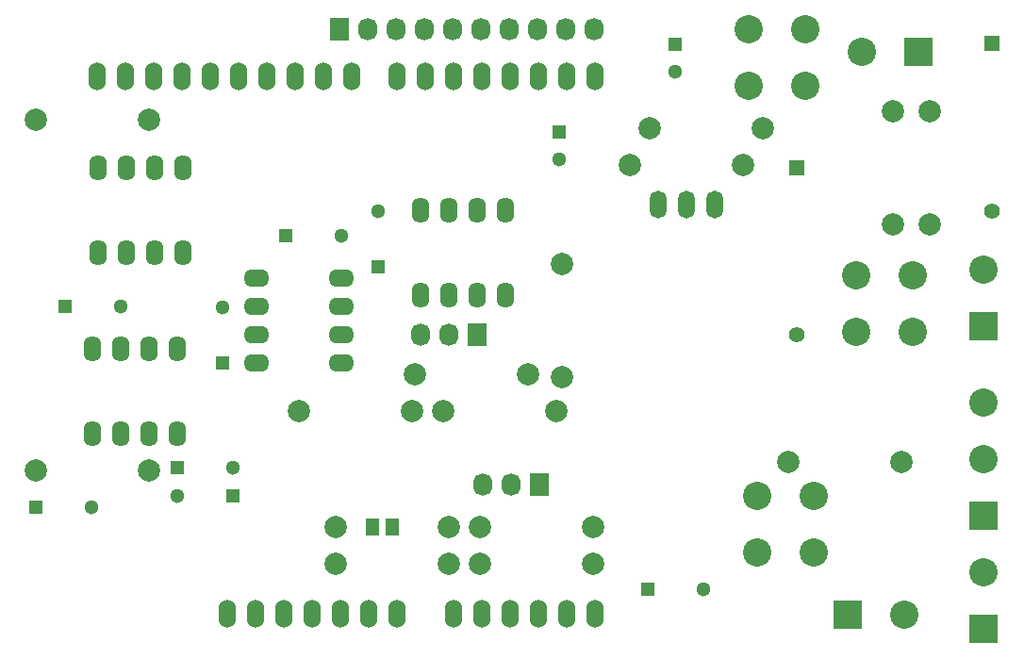
<source format=gbr>
G04 #@! TF.FileFunction,Soldermask,Bot*
%FSLAX46Y46*%
G04 Gerber Fmt 4.6, Leading zero omitted, Abs format (unit mm)*
G04 Created by KiCad (PCBNEW 4.0.2+dfsg1-stable) date mer. 27 juil. 2016 00:58:03 CEST*
%MOMM*%
G01*
G04 APERTURE LIST*
%ADD10C,0.100000*%
%ADD11R,1.168400X1.600200*%
%ADD12O,1.524000X2.540000*%
%ADD13C,2.540000*%
%ADD14R,2.540000X2.540000*%
%ADD15C,1.998980*%
%ADD16R,1.300000X1.300000*%
%ADD17C,1.300000*%
%ADD18R,1.727200X2.032000*%
%ADD19O,1.727200X2.032000*%
%ADD20O,2.300000X1.600000*%
%ADD21O,1.600000X2.300000*%
%ADD22O,1.501140X2.499360*%
%ADD23R,1.400000X1.400000*%
%ADD24C,1.400000*%
G04 APERTURE END LIST*
D10*
D11*
X192024000Y-94742000D03*
X193802000Y-94742000D03*
D12*
X212001100Y-102463600D03*
X209461100Y-102463600D03*
X206921100Y-102463600D03*
X199301100Y-102463600D03*
X201841100Y-102463600D03*
X204381100Y-102463600D03*
X194221100Y-102463600D03*
X191681100Y-102463600D03*
X189141100Y-102463600D03*
X184061100Y-102463600D03*
X181521100Y-102463600D03*
X212001100Y-54203600D03*
X209461100Y-54203600D03*
X206921100Y-54203600D03*
X204381100Y-54203600D03*
X201841100Y-54203600D03*
X199301100Y-54203600D03*
X196761100Y-54203600D03*
X194221100Y-54203600D03*
X190157100Y-54203600D03*
X187617100Y-54203600D03*
X185077100Y-54203600D03*
X182537100Y-54203600D03*
X179997100Y-54203600D03*
X177457100Y-54203600D03*
X174917100Y-54203600D03*
X172377100Y-54203600D03*
X186601100Y-102463600D03*
X169837100Y-54203600D03*
X167297100Y-54203600D03*
X178981100Y-102463600D03*
D13*
X226568000Y-91948000D03*
X226568000Y-97028000D03*
X231648000Y-97028000D03*
X231648000Y-91948000D03*
X240554919Y-77199081D03*
X240554919Y-72119081D03*
X235474919Y-72119081D03*
X235474919Y-77199081D03*
X230886000Y-55118000D03*
X230886000Y-50038000D03*
X225806000Y-50038000D03*
X225806000Y-55118000D03*
D14*
X234696000Y-102616000D03*
D13*
X239776000Y-102616000D03*
D15*
X188722000Y-94742000D03*
X198882000Y-94742000D03*
D16*
X178562000Y-80010000D03*
D17*
X178562000Y-75010000D03*
D14*
X246888000Y-93726000D03*
D13*
X246888000Y-88646000D03*
X246888000Y-83566000D03*
D16*
X216742000Y-100330000D03*
D17*
X221742000Y-100330000D03*
D16*
X179498000Y-91948000D03*
D17*
X174498000Y-91948000D03*
D16*
X161798000Y-92964000D03*
D17*
X166798000Y-92964000D03*
X219202000Y-53848000D03*
D16*
X219202000Y-51348000D03*
D17*
X208788000Y-61722000D03*
D16*
X208788000Y-59222000D03*
X174498000Y-89408000D03*
D17*
X179498000Y-89408000D03*
D16*
X164418000Y-74930000D03*
D17*
X169418000Y-74930000D03*
D16*
X192532000Y-71374000D03*
D17*
X192532000Y-66374000D03*
D16*
X184230000Y-68580000D03*
D17*
X189230000Y-68580000D03*
D18*
X201422000Y-77470000D03*
D19*
X198882000Y-77470000D03*
X196342000Y-77470000D03*
D18*
X207010000Y-90932000D03*
D19*
X204470000Y-90932000D03*
X201930000Y-90932000D03*
D14*
X246888000Y-103886000D03*
D13*
X246888000Y-98806000D03*
D14*
X246888000Y-76708000D03*
D13*
X246888000Y-71628000D03*
D14*
X241046000Y-52070000D03*
D13*
X235966000Y-52070000D03*
D15*
X201676000Y-98044000D03*
X211836000Y-98044000D03*
X188722000Y-98044000D03*
X198882000Y-98044000D03*
X201676000Y-94742000D03*
X211836000Y-94742000D03*
X161798000Y-89662000D03*
X171958000Y-89662000D03*
X171958000Y-58166000D03*
X161798000Y-58166000D03*
X238760000Y-67564000D03*
X238760000Y-57404000D03*
X242062000Y-67564000D03*
X242062000Y-57404000D03*
X239522000Y-88900000D03*
X229362000Y-88900000D03*
X209042000Y-71120000D03*
X209042000Y-81280000D03*
X195834000Y-81026000D03*
X205994000Y-81026000D03*
X208534000Y-84328000D03*
X198374000Y-84328000D03*
X185420000Y-84328000D03*
X195580000Y-84328000D03*
X216916000Y-58928000D03*
X227076000Y-58928000D03*
X225298000Y-62230000D03*
X215138000Y-62230000D03*
D20*
X181610000Y-72390000D03*
X181610000Y-74930000D03*
X181610000Y-77470000D03*
X181610000Y-80010000D03*
X189230000Y-80010000D03*
X189230000Y-77470000D03*
X189230000Y-74930000D03*
X189230000Y-72390000D03*
D21*
X166878000Y-86360000D03*
X169418000Y-86360000D03*
X171958000Y-86360000D03*
X174498000Y-86360000D03*
X174498000Y-78740000D03*
X171958000Y-78740000D03*
X169418000Y-78740000D03*
X166878000Y-78740000D03*
X167386000Y-70104000D03*
X169926000Y-70104000D03*
X172466000Y-70104000D03*
X175006000Y-70104000D03*
X175006000Y-62484000D03*
X172466000Y-62484000D03*
X169926000Y-62484000D03*
X167386000Y-62484000D03*
D22*
X220218000Y-65786000D03*
X222758000Y-65786000D03*
X217678000Y-65786000D03*
D21*
X196342000Y-73914000D03*
X198882000Y-73914000D03*
X201422000Y-73914000D03*
X203962000Y-73914000D03*
X203962000Y-66294000D03*
X201422000Y-66294000D03*
X198882000Y-66294000D03*
X196342000Y-66294000D03*
D18*
X189103000Y-50038000D03*
D19*
X191643000Y-50038000D03*
X194183000Y-50038000D03*
X196723000Y-50038000D03*
X199263000Y-50038000D03*
X201803000Y-50038000D03*
X204343000Y-50038000D03*
X206883000Y-50038000D03*
X209423000Y-50038000D03*
X211963000Y-50038000D03*
D23*
X230124000Y-62470000D03*
D24*
X230124000Y-77470000D03*
D23*
X247650000Y-51308000D03*
D24*
X247650000Y-66308000D03*
M02*

</source>
